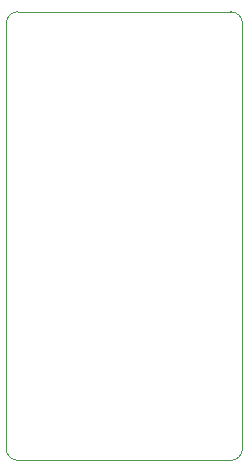
<source format=gbr>
%TF.GenerationSoftware,KiCad,Pcbnew,(6.0.6)*%
%TF.CreationDate,2022-09-08T19:20:13+10:00*%
%TF.ProjectId,milk,6d696c6b-2e6b-4696-9361-645f70636258,rev?*%
%TF.SameCoordinates,Original*%
%TF.FileFunction,Profile,NP*%
%FSLAX46Y46*%
G04 Gerber Fmt 4.6, Leading zero omitted, Abs format (unit mm)*
G04 Created by KiCad (PCBNEW (6.0.6)) date 2022-09-08 19:20:13*
%MOMM*%
%LPD*%
G01*
G04 APERTURE LIST*
%TA.AperFunction,Profile*%
%ADD10C,0.050000*%
%TD*%
G04 APERTURE END LIST*
D10*
X220000000Y-51000000D02*
X220000000Y-87000000D01*
X221000000Y-50000000D02*
G75*
G03*
X220000000Y-51000000I0J-1000000D01*
G01*
X239000000Y-88000000D02*
G75*
G03*
X240000000Y-87000000I0J1000000D01*
G01*
X220000000Y-87000000D02*
G75*
G03*
X221000000Y-88000000I1000000J0D01*
G01*
X240000000Y-51000000D02*
G75*
G03*
X239000000Y-50000000I-1000000J0D01*
G01*
X239000000Y-50000000D02*
X221000000Y-50000000D01*
X221000000Y-88000000D02*
X239000000Y-88000000D01*
X240000000Y-87000000D02*
X240000000Y-51000000D01*
M02*

</source>
